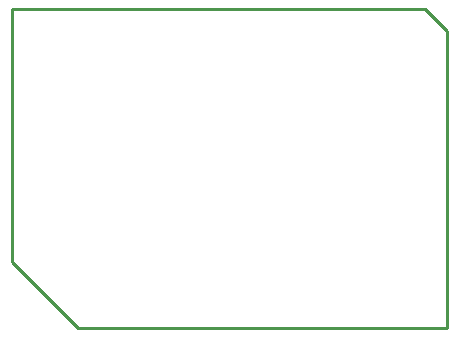
<source format=gko>
%FSLAX25Y25*%
%MOIN*%
G70*
G01*
G75*
G04 Layer_Color=16711935*
%ADD10R,0.03543X0.03150*%
%ADD11R,0.03150X0.03543*%
%ADD12C,0.02500*%
%ADD13O,0.07874X0.03937*%
%ADD14O,0.07874X0.03937*%
%ADD15C,0.10000*%
%ADD16C,0.07874*%
%ADD17R,0.07874X0.07874*%
%ADD18C,0.12500*%
%ADD19R,0.05906X0.05906*%
%ADD20C,0.05906*%
%ADD21C,0.00984*%
%ADD22C,0.00787*%
%ADD23C,0.01000*%
%ADD24R,0.03150X0.11024*%
%ADD25R,0.04343X0.03950*%
%ADD26R,0.03950X0.04343*%
%ADD27O,0.08674X0.04737*%
%ADD28O,0.08674X0.04737*%
%ADD29C,0.10800*%
%ADD30C,0.08674*%
%ADD31R,0.08674X0.08674*%
%ADD32C,0.13300*%
%ADD33R,0.06706X0.06706*%
%ADD34C,0.06706*%
%ADD35C,0.00100*%
D23*
X326500Y246000D02*
X348500Y224000D01*
X464000Y330500D02*
X471500Y323000D01*
Y224000D02*
Y323000D01*
X326500Y330500D02*
X464000D01*
X348500Y224000D02*
X471500D01*
X326500Y246000D02*
Y330500D01*
M02*

</source>
